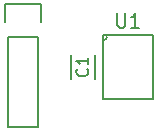
<source format=gto>
%TF.GenerationSoftware,KiCad,Pcbnew,4.0.2-stable*%
%TF.CreationDate,2016-04-01T20:16:45-04:00*%
%TF.ProjectId,MS56110 Breakout,4D53353631313020427265616B6F7574,rev?*%
%TF.FileFunction,Legend,Top*%
%FSLAX46Y46*%
G04 Gerber Fmt 4.6, Leading zero omitted, Abs format (unit mm)*
G04 Created by KiCad (PCBNEW 4.0.2-stable) date 4/1/2016 8:16:45 PM*
%MOMM*%
G01*
G04 APERTURE LIST*
%ADD10C,0.127000*%
%ADD11C,0.150000*%
G04 APERTURE END LIST*
D10*
D11*
X141995000Y-108950000D02*
X141995000Y-106950000D01*
X139945000Y-106950000D02*
X139945000Y-108950000D01*
X134620000Y-105410000D02*
X134620000Y-113030000D01*
X137160000Y-105410000D02*
X137160000Y-113030000D01*
X137440000Y-102590000D02*
X137440000Y-104140000D01*
X134620000Y-113030000D02*
X137160000Y-113030000D01*
X137160000Y-105410000D02*
X134620000Y-105410000D01*
X134340000Y-104140000D02*
X134340000Y-102590000D01*
X134340000Y-102590000D02*
X137440000Y-102590000D01*
X142748000Y-105664000D02*
G75*
G03X143002000Y-105410000I0J254000D01*
G01*
X146930000Y-105275000D02*
X142630000Y-105275000D01*
X142630000Y-105275000D02*
X142630000Y-110625000D01*
X142630000Y-110625000D02*
X146930000Y-110625000D01*
X146930000Y-110625000D02*
X146930000Y-105275000D01*
X141327143Y-108116666D02*
X141374762Y-108164285D01*
X141422381Y-108307142D01*
X141422381Y-108402380D01*
X141374762Y-108545238D01*
X141279524Y-108640476D01*
X141184286Y-108688095D01*
X140993810Y-108735714D01*
X140850952Y-108735714D01*
X140660476Y-108688095D01*
X140565238Y-108640476D01*
X140470000Y-108545238D01*
X140422381Y-108402380D01*
X140422381Y-108307142D01*
X140470000Y-108164285D01*
X140517619Y-108116666D01*
X141422381Y-107164285D02*
X141422381Y-107735714D01*
X141422381Y-107450000D02*
X140422381Y-107450000D01*
X140565238Y-107545238D01*
X140660476Y-107640476D01*
X140708095Y-107735714D01*
X143865714Y-103417857D02*
X143865714Y-104389286D01*
X143922857Y-104503571D01*
X143980000Y-104560714D01*
X144094286Y-104617857D01*
X144322857Y-104617857D01*
X144437143Y-104560714D01*
X144494286Y-104503571D01*
X144551429Y-104389286D01*
X144551429Y-103417857D01*
X145751429Y-104617857D02*
X145065714Y-104617857D01*
X145408572Y-104617857D02*
X145408572Y-103417857D01*
X145294286Y-103589286D01*
X145180000Y-103703571D01*
X145065714Y-103760714D01*
M02*

</source>
